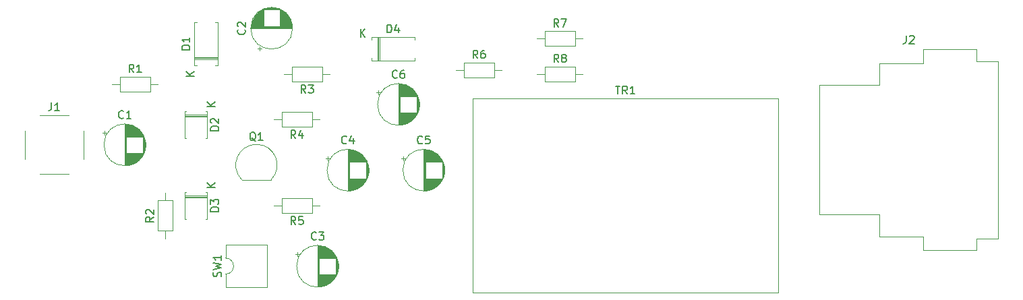
<source format=gbr>
%TF.GenerationSoftware,KiCad,Pcbnew,(6.0.4)*%
%TF.CreationDate,2022-04-22T11:51:34+02:00*%
%TF.ProjectId,ECM_Preamp,45434d5f-5072-4656-916d-702e6b696361,rev?*%
%TF.SameCoordinates,Original*%
%TF.FileFunction,Legend,Top*%
%TF.FilePolarity,Positive*%
%FSLAX46Y46*%
G04 Gerber Fmt 4.6, Leading zero omitted, Abs format (unit mm)*
G04 Created by KiCad (PCBNEW (6.0.4)) date 2022-04-22 11:51:34*
%MOMM*%
%LPD*%
G01*
G04 APERTURE LIST*
%ADD10C,0.150000*%
%ADD11C,0.120000*%
G04 APERTURE END LIST*
D10*
%TO.C,R3*%
X64603333Y-39202380D02*
X64270000Y-38726190D01*
X64031904Y-39202380D02*
X64031904Y-38202380D01*
X64412857Y-38202380D01*
X64508095Y-38250000D01*
X64555714Y-38297619D01*
X64603333Y-38392857D01*
X64603333Y-38535714D01*
X64555714Y-38630952D01*
X64508095Y-38678571D01*
X64412857Y-38726190D01*
X64031904Y-38726190D01*
X64936666Y-38202380D02*
X65555714Y-38202380D01*
X65222380Y-38583333D01*
X65365238Y-38583333D01*
X65460476Y-38630952D01*
X65508095Y-38678571D01*
X65555714Y-38773809D01*
X65555714Y-39011904D01*
X65508095Y-39107142D01*
X65460476Y-39154761D01*
X65365238Y-39202380D01*
X65079523Y-39202380D01*
X64984285Y-39154761D01*
X64936666Y-39107142D01*
%TO.C,C4*%
X69728221Y-45502142D02*
X69680602Y-45549761D01*
X69537745Y-45597380D01*
X69442507Y-45597380D01*
X69299649Y-45549761D01*
X69204411Y-45454523D01*
X69156792Y-45359285D01*
X69109173Y-45168809D01*
X69109173Y-45025952D01*
X69156792Y-44835476D01*
X69204411Y-44740238D01*
X69299649Y-44645000D01*
X69442507Y-44597380D01*
X69537745Y-44597380D01*
X69680602Y-44645000D01*
X69728221Y-44692619D01*
X70585364Y-44930714D02*
X70585364Y-45597380D01*
X70347268Y-44549761D02*
X70109173Y-45264047D01*
X70728221Y-45264047D01*
%TO.C,D1*%
X50052380Y-33758095D02*
X49052380Y-33758095D01*
X49052380Y-33520000D01*
X49100000Y-33377142D01*
X49195238Y-33281904D01*
X49290476Y-33234285D01*
X49480952Y-33186666D01*
X49623809Y-33186666D01*
X49814285Y-33234285D01*
X49909523Y-33281904D01*
X50004761Y-33377142D01*
X50052380Y-33520000D01*
X50052380Y-33758095D01*
X50052380Y-32234285D02*
X50052380Y-32805714D01*
X50052380Y-32520000D02*
X49052380Y-32520000D01*
X49195238Y-32615238D01*
X49290476Y-32710476D01*
X49338095Y-32805714D01*
X50622380Y-37091904D02*
X49622380Y-37091904D01*
X50622380Y-36520476D02*
X50050952Y-36949047D01*
X49622380Y-36520476D02*
X50193809Y-37091904D01*
%TO.C,R4*%
X63333333Y-44902380D02*
X63000000Y-44426190D01*
X62761904Y-44902380D02*
X62761904Y-43902380D01*
X63142857Y-43902380D01*
X63238095Y-43950000D01*
X63285714Y-43997619D01*
X63333333Y-44092857D01*
X63333333Y-44235714D01*
X63285714Y-44330952D01*
X63238095Y-44378571D01*
X63142857Y-44426190D01*
X62761904Y-44426190D01*
X64190476Y-44235714D02*
X64190476Y-44902380D01*
X63952380Y-43854761D02*
X63714285Y-44569047D01*
X64333333Y-44569047D01*
%TO.C,C1*%
X41723333Y-42327142D02*
X41675714Y-42374761D01*
X41532857Y-42422380D01*
X41437619Y-42422380D01*
X41294761Y-42374761D01*
X41199523Y-42279523D01*
X41151904Y-42184285D01*
X41104285Y-41993809D01*
X41104285Y-41850952D01*
X41151904Y-41660476D01*
X41199523Y-41565238D01*
X41294761Y-41470000D01*
X41437619Y-41422380D01*
X41532857Y-41422380D01*
X41675714Y-41470000D01*
X41723333Y-41517619D01*
X42675714Y-42422380D02*
X42104285Y-42422380D01*
X42390000Y-42422380D02*
X42390000Y-41422380D01*
X42294761Y-41565238D01*
X42199523Y-41660476D01*
X42104285Y-41708095D01*
%TO.C,SW1*%
X53949761Y-62283333D02*
X53997380Y-62140476D01*
X53997380Y-61902380D01*
X53949761Y-61807142D01*
X53902142Y-61759523D01*
X53806904Y-61711904D01*
X53711666Y-61711904D01*
X53616428Y-61759523D01*
X53568809Y-61807142D01*
X53521190Y-61902380D01*
X53473571Y-62092857D01*
X53425952Y-62188095D01*
X53378333Y-62235714D01*
X53283095Y-62283333D01*
X53187857Y-62283333D01*
X53092619Y-62235714D01*
X53045000Y-62188095D01*
X52997380Y-62092857D01*
X52997380Y-61854761D01*
X53045000Y-61711904D01*
X52997380Y-61378571D02*
X53997380Y-61140476D01*
X53283095Y-60950000D01*
X53997380Y-60759523D01*
X52997380Y-60521428D01*
X53997380Y-59616666D02*
X53997380Y-60188095D01*
X53997380Y-59902380D02*
X52997380Y-59902380D01*
X53140238Y-59997619D01*
X53235476Y-60092857D01*
X53283095Y-60188095D01*
%TO.C,J1*%
X32686666Y-40422380D02*
X32686666Y-41136666D01*
X32639047Y-41279523D01*
X32543809Y-41374761D01*
X32400952Y-41422380D01*
X32305714Y-41422380D01*
X33686666Y-41422380D02*
X33115238Y-41422380D01*
X33400952Y-41422380D02*
X33400952Y-40422380D01*
X33305714Y-40565238D01*
X33210476Y-40660476D01*
X33115238Y-40708095D01*
%TO.C,D2*%
X53672380Y-43918095D02*
X52672380Y-43918095D01*
X52672380Y-43680000D01*
X52720000Y-43537142D01*
X52815238Y-43441904D01*
X52910476Y-43394285D01*
X53100952Y-43346666D01*
X53243809Y-43346666D01*
X53434285Y-43394285D01*
X53529523Y-43441904D01*
X53624761Y-43537142D01*
X53672380Y-43680000D01*
X53672380Y-43918095D01*
X52767619Y-42965714D02*
X52720000Y-42918095D01*
X52672380Y-42822857D01*
X52672380Y-42584761D01*
X52720000Y-42489523D01*
X52767619Y-42441904D01*
X52862857Y-42394285D01*
X52958095Y-42394285D01*
X53100952Y-42441904D01*
X53672380Y-43013333D01*
X53672380Y-42394285D01*
X53252380Y-40901904D02*
X52252380Y-40901904D01*
X53252380Y-40330476D02*
X52680952Y-40759047D01*
X52252380Y-40330476D02*
X52823809Y-40901904D01*
%TO.C,Q1*%
X58324761Y-45247619D02*
X58229523Y-45200000D01*
X58134285Y-45104761D01*
X57991428Y-44961904D01*
X57896190Y-44914285D01*
X57800952Y-44914285D01*
X57848571Y-45152380D02*
X57753333Y-45104761D01*
X57658095Y-45009523D01*
X57610476Y-44819047D01*
X57610476Y-44485714D01*
X57658095Y-44295238D01*
X57753333Y-44200000D01*
X57848571Y-44152380D01*
X58039047Y-44152380D01*
X58134285Y-44200000D01*
X58229523Y-44295238D01*
X58277142Y-44485714D01*
X58277142Y-44819047D01*
X58229523Y-45009523D01*
X58134285Y-45104761D01*
X58039047Y-45152380D01*
X57848571Y-45152380D01*
X59229523Y-45152380D02*
X58658095Y-45152380D01*
X58943809Y-45152380D02*
X58943809Y-44152380D01*
X58848571Y-44295238D01*
X58753333Y-44390476D01*
X58658095Y-44438095D01*
%TO.C,C5*%
X79253221Y-45502142D02*
X79205602Y-45549761D01*
X79062745Y-45597380D01*
X78967507Y-45597380D01*
X78824649Y-45549761D01*
X78729411Y-45454523D01*
X78681792Y-45359285D01*
X78634173Y-45168809D01*
X78634173Y-45025952D01*
X78681792Y-44835476D01*
X78729411Y-44740238D01*
X78824649Y-44645000D01*
X78967507Y-44597380D01*
X79062745Y-44597380D01*
X79205602Y-44645000D01*
X79253221Y-44692619D01*
X80157983Y-44597380D02*
X79681792Y-44597380D01*
X79634173Y-45073571D01*
X79681792Y-45025952D01*
X79777030Y-44978333D01*
X80015126Y-44978333D01*
X80110364Y-45025952D01*
X80157983Y-45073571D01*
X80205602Y-45168809D01*
X80205602Y-45406904D01*
X80157983Y-45502142D01*
X80110364Y-45549761D01*
X80015126Y-45597380D01*
X79777030Y-45597380D01*
X79681792Y-45549761D01*
X79634173Y-45502142D01*
%TO.C,R1*%
X43013333Y-36632380D02*
X42680000Y-36156190D01*
X42441904Y-36632380D02*
X42441904Y-35632380D01*
X42822857Y-35632380D01*
X42918095Y-35680000D01*
X42965714Y-35727619D01*
X43013333Y-35822857D01*
X43013333Y-35965714D01*
X42965714Y-36060952D01*
X42918095Y-36108571D01*
X42822857Y-36156190D01*
X42441904Y-36156190D01*
X43965714Y-36632380D02*
X43394285Y-36632380D01*
X43680000Y-36632380D02*
X43680000Y-35632380D01*
X43584761Y-35775238D01*
X43489523Y-35870476D01*
X43394285Y-35918095D01*
%TO.C,R7*%
X96353333Y-30917380D02*
X96020000Y-30441190D01*
X95781904Y-30917380D02*
X95781904Y-29917380D01*
X96162857Y-29917380D01*
X96258095Y-29965000D01*
X96305714Y-30012619D01*
X96353333Y-30107857D01*
X96353333Y-30250714D01*
X96305714Y-30345952D01*
X96258095Y-30393571D01*
X96162857Y-30441190D01*
X95781904Y-30441190D01*
X96686666Y-29917380D02*
X97353333Y-29917380D01*
X96924761Y-30917380D01*
%TO.C,C6*%
X76078220Y-37247142D02*
X76030601Y-37294761D01*
X75887744Y-37342380D01*
X75792506Y-37342380D01*
X75649648Y-37294761D01*
X75554410Y-37199523D01*
X75506791Y-37104285D01*
X75459172Y-36913809D01*
X75459172Y-36770952D01*
X75506791Y-36580476D01*
X75554410Y-36485238D01*
X75649648Y-36390000D01*
X75792506Y-36342380D01*
X75887744Y-36342380D01*
X76030601Y-36390000D01*
X76078220Y-36437619D01*
X76935363Y-36342380D02*
X76744887Y-36342380D01*
X76649648Y-36390000D01*
X76602029Y-36437619D01*
X76506791Y-36580476D01*
X76459172Y-36770952D01*
X76459172Y-37151904D01*
X76506791Y-37247142D01*
X76554410Y-37294761D01*
X76649648Y-37342380D01*
X76840125Y-37342380D01*
X76935363Y-37294761D01*
X76982982Y-37247142D01*
X77030601Y-37151904D01*
X77030601Y-36913809D01*
X76982982Y-36818571D01*
X76935363Y-36770952D01*
X76840125Y-36723333D01*
X76649648Y-36723333D01*
X76554410Y-36770952D01*
X76506791Y-36818571D01*
X76459172Y-36913809D01*
%TO.C,C2*%
X56932142Y-31236778D02*
X56979761Y-31284397D01*
X57027380Y-31427254D01*
X57027380Y-31522492D01*
X56979761Y-31665350D01*
X56884523Y-31760588D01*
X56789285Y-31808207D01*
X56598809Y-31855826D01*
X56455952Y-31855826D01*
X56265476Y-31808207D01*
X56170238Y-31760588D01*
X56075000Y-31665350D01*
X56027380Y-31522492D01*
X56027380Y-31427254D01*
X56075000Y-31284397D01*
X56122619Y-31236778D01*
X56122619Y-30855826D02*
X56075000Y-30808207D01*
X56027380Y-30712969D01*
X56027380Y-30474873D01*
X56075000Y-30379635D01*
X56122619Y-30332016D01*
X56217857Y-30284397D01*
X56313095Y-30284397D01*
X56455952Y-30332016D01*
X57027380Y-30903445D01*
X57027380Y-30284397D01*
%TO.C,R5*%
X63333333Y-55712380D02*
X63000000Y-55236190D01*
X62761904Y-55712380D02*
X62761904Y-54712380D01*
X63142857Y-54712380D01*
X63238095Y-54760000D01*
X63285714Y-54807619D01*
X63333333Y-54902857D01*
X63333333Y-55045714D01*
X63285714Y-55140952D01*
X63238095Y-55188571D01*
X63142857Y-55236190D01*
X62761904Y-55236190D01*
X64238095Y-54712380D02*
X63761904Y-54712380D01*
X63714285Y-55188571D01*
X63761904Y-55140952D01*
X63857142Y-55093333D01*
X64095238Y-55093333D01*
X64190476Y-55140952D01*
X64238095Y-55188571D01*
X64285714Y-55283809D01*
X64285714Y-55521904D01*
X64238095Y-55617142D01*
X64190476Y-55664761D01*
X64095238Y-55712380D01*
X63857142Y-55712380D01*
X63761904Y-55664761D01*
X63714285Y-55617142D01*
%TO.C,D4*%
X74826904Y-31637380D02*
X74826904Y-30637380D01*
X75065000Y-30637380D01*
X75207857Y-30685000D01*
X75303095Y-30780238D01*
X75350714Y-30875476D01*
X75398333Y-31065952D01*
X75398333Y-31208809D01*
X75350714Y-31399285D01*
X75303095Y-31494523D01*
X75207857Y-31589761D01*
X75065000Y-31637380D01*
X74826904Y-31637380D01*
X76255476Y-30970714D02*
X76255476Y-31637380D01*
X76017380Y-30589761D02*
X75779285Y-31304047D01*
X76398333Y-31304047D01*
X71493095Y-32207380D02*
X71493095Y-31207380D01*
X72064523Y-32207380D02*
X71635952Y-31635952D01*
X72064523Y-31207380D02*
X71493095Y-31778809D01*
%TO.C,R2*%
X45522380Y-54776666D02*
X45046190Y-55110000D01*
X45522380Y-55348095D02*
X44522380Y-55348095D01*
X44522380Y-54967142D01*
X44570000Y-54871904D01*
X44617619Y-54824285D01*
X44712857Y-54776666D01*
X44855714Y-54776666D01*
X44950952Y-54824285D01*
X44998571Y-54871904D01*
X45046190Y-54967142D01*
X45046190Y-55348095D01*
X44617619Y-54395714D02*
X44570000Y-54348095D01*
X44522380Y-54252857D01*
X44522380Y-54014761D01*
X44570000Y-53919523D01*
X44617619Y-53871904D01*
X44712857Y-53824285D01*
X44808095Y-53824285D01*
X44950952Y-53871904D01*
X45522380Y-54443333D01*
X45522380Y-53824285D01*
%TO.C,TR1*%
X103493095Y-38342380D02*
X104064523Y-38342380D01*
X103778809Y-39342380D02*
X103778809Y-38342380D01*
X104969285Y-39342380D02*
X104635952Y-38866190D01*
X104397857Y-39342380D02*
X104397857Y-38342380D01*
X104778809Y-38342380D01*
X104874047Y-38390000D01*
X104921666Y-38437619D01*
X104969285Y-38532857D01*
X104969285Y-38675714D01*
X104921666Y-38770952D01*
X104874047Y-38818571D01*
X104778809Y-38866190D01*
X104397857Y-38866190D01*
X105921666Y-39342380D02*
X105350238Y-39342380D01*
X105635952Y-39342380D02*
X105635952Y-38342380D01*
X105540714Y-38485238D01*
X105445476Y-38580476D01*
X105350238Y-38628095D01*
%TO.C,D3*%
X53672380Y-54078095D02*
X52672380Y-54078095D01*
X52672380Y-53840000D01*
X52720000Y-53697142D01*
X52815238Y-53601904D01*
X52910476Y-53554285D01*
X53100952Y-53506666D01*
X53243809Y-53506666D01*
X53434285Y-53554285D01*
X53529523Y-53601904D01*
X53624761Y-53697142D01*
X53672380Y-53840000D01*
X53672380Y-54078095D01*
X52672380Y-53173333D02*
X52672380Y-52554285D01*
X53053333Y-52887619D01*
X53053333Y-52744761D01*
X53100952Y-52649523D01*
X53148571Y-52601904D01*
X53243809Y-52554285D01*
X53481904Y-52554285D01*
X53577142Y-52601904D01*
X53624761Y-52649523D01*
X53672380Y-52744761D01*
X53672380Y-53030476D01*
X53624761Y-53125714D01*
X53577142Y-53173333D01*
X53252380Y-51061904D02*
X52252380Y-51061904D01*
X53252380Y-50490476D02*
X52680952Y-50919047D01*
X52252380Y-50490476D02*
X52823809Y-51061904D01*
%TO.C,R8*%
X96353333Y-35362380D02*
X96020000Y-34886190D01*
X95781904Y-35362380D02*
X95781904Y-34362380D01*
X96162857Y-34362380D01*
X96258095Y-34410000D01*
X96305714Y-34457619D01*
X96353333Y-34552857D01*
X96353333Y-34695714D01*
X96305714Y-34790952D01*
X96258095Y-34838571D01*
X96162857Y-34886190D01*
X95781904Y-34886190D01*
X96924761Y-34790952D02*
X96829523Y-34743333D01*
X96781904Y-34695714D01*
X96734285Y-34600476D01*
X96734285Y-34552857D01*
X96781904Y-34457619D01*
X96829523Y-34410000D01*
X96924761Y-34362380D01*
X97115238Y-34362380D01*
X97210476Y-34410000D01*
X97258095Y-34457619D01*
X97305714Y-34552857D01*
X97305714Y-34600476D01*
X97258095Y-34695714D01*
X97210476Y-34743333D01*
X97115238Y-34790952D01*
X96924761Y-34790952D01*
X96829523Y-34838571D01*
X96781904Y-34886190D01*
X96734285Y-34981428D01*
X96734285Y-35171904D01*
X96781904Y-35267142D01*
X96829523Y-35314761D01*
X96924761Y-35362380D01*
X97115238Y-35362380D01*
X97210476Y-35314761D01*
X97258095Y-35267142D01*
X97305714Y-35171904D01*
X97305714Y-34981428D01*
X97258095Y-34886190D01*
X97210476Y-34838571D01*
X97115238Y-34790952D01*
%TO.C,C3*%
X65918221Y-57567142D02*
X65870602Y-57614761D01*
X65727745Y-57662380D01*
X65632507Y-57662380D01*
X65489649Y-57614761D01*
X65394411Y-57519523D01*
X65346792Y-57424285D01*
X65299173Y-57233809D01*
X65299173Y-57090952D01*
X65346792Y-56900476D01*
X65394411Y-56805238D01*
X65489649Y-56710000D01*
X65632507Y-56662380D01*
X65727745Y-56662380D01*
X65870602Y-56710000D01*
X65918221Y-56757619D01*
X66251554Y-56662380D02*
X66870602Y-56662380D01*
X66537268Y-57043333D01*
X66680126Y-57043333D01*
X66775364Y-57090952D01*
X66822983Y-57138571D01*
X66870602Y-57233809D01*
X66870602Y-57471904D01*
X66822983Y-57567142D01*
X66775364Y-57614761D01*
X66680126Y-57662380D01*
X66394411Y-57662380D01*
X66299173Y-57614761D01*
X66251554Y-57567142D01*
%TO.C,R6*%
X86193333Y-34854380D02*
X85860000Y-34378190D01*
X85621904Y-34854380D02*
X85621904Y-33854380D01*
X86002857Y-33854380D01*
X86098095Y-33902000D01*
X86145714Y-33949619D01*
X86193333Y-34044857D01*
X86193333Y-34187714D01*
X86145714Y-34282952D01*
X86098095Y-34330571D01*
X86002857Y-34378190D01*
X85621904Y-34378190D01*
X87050476Y-33854380D02*
X86860000Y-33854380D01*
X86764761Y-33902000D01*
X86717142Y-33949619D01*
X86621904Y-34092476D01*
X86574285Y-34282952D01*
X86574285Y-34663904D01*
X86621904Y-34759142D01*
X86669523Y-34806761D01*
X86764761Y-34854380D01*
X86955238Y-34854380D01*
X87050476Y-34806761D01*
X87098095Y-34759142D01*
X87145714Y-34663904D01*
X87145714Y-34425809D01*
X87098095Y-34330571D01*
X87050476Y-34282952D01*
X86955238Y-34235333D01*
X86764761Y-34235333D01*
X86669523Y-34282952D01*
X86621904Y-34330571D01*
X86574285Y-34425809D01*
%TO.C,J2*%
X140001666Y-31997380D02*
X140001666Y-32711666D01*
X139954047Y-32854523D01*
X139858809Y-32949761D01*
X139715952Y-32997380D01*
X139620714Y-32997380D01*
X140430238Y-32092619D02*
X140477857Y-32045000D01*
X140573095Y-31997380D01*
X140811190Y-31997380D01*
X140906428Y-32045000D01*
X140954047Y-32092619D01*
X141001666Y-32187857D01*
X141001666Y-32283095D01*
X140954047Y-32425952D01*
X140382619Y-32997380D01*
X141001666Y-32997380D01*
D11*
%TO.C,R3*%
X66690000Y-35910000D02*
X62850000Y-35910000D01*
X62850000Y-35910000D02*
X62850000Y-37750000D01*
X61900000Y-36830000D02*
X62850000Y-36830000D01*
X67640000Y-36830000D02*
X66690000Y-36830000D01*
X62850000Y-37750000D02*
X66690000Y-37750000D01*
X66690000Y-37750000D02*
X66690000Y-35910000D01*
%TO.C,C4*%
X70815888Y-46481000D02*
X70815888Y-47855000D01*
X71895888Y-47242000D02*
X71895888Y-47855000D01*
X70695888Y-46440000D02*
X70695888Y-47855000D01*
X71455888Y-49935000D02*
X71455888Y-50960000D01*
X72415888Y-48218000D02*
X72415888Y-49572000D01*
X71615888Y-46958000D02*
X71615888Y-47855000D01*
X70094888Y-46322000D02*
X70094888Y-51468000D01*
X70014888Y-46317000D02*
X70014888Y-51473000D01*
X70975888Y-49935000D02*
X70975888Y-51243000D01*
X70334888Y-46352000D02*
X70334888Y-47855000D01*
X71135888Y-49935000D02*
X71135888Y-51163000D01*
X70775888Y-49935000D02*
X70775888Y-51323000D01*
X70855888Y-46497000D02*
X70855888Y-47855000D01*
X71855888Y-47196000D02*
X71855888Y-47855000D01*
X67090113Y-47420000D02*
X67590113Y-47420000D01*
X72055888Y-49935000D02*
X72055888Y-50338000D01*
X71215888Y-49935000D02*
X71215888Y-51119000D01*
X71695888Y-47031000D02*
X71695888Y-47855000D01*
X71495888Y-46860000D02*
X71495888Y-47855000D01*
X72055888Y-47452000D02*
X72055888Y-47855000D01*
X71735888Y-49935000D02*
X71735888Y-50721000D01*
X70494888Y-49935000D02*
X70494888Y-51406000D01*
X70735888Y-46453000D02*
X70735888Y-47855000D01*
X72095888Y-49935000D02*
X72095888Y-50278000D01*
X71975888Y-47341000D02*
X71975888Y-47855000D01*
X72215888Y-47717000D02*
X72215888Y-50073000D01*
X71575888Y-49935000D02*
X71575888Y-50866000D01*
X70815888Y-49935000D02*
X70815888Y-51309000D01*
X72495888Y-48611000D02*
X72495888Y-49179000D01*
X70294888Y-46345000D02*
X70294888Y-47855000D01*
X70454888Y-49935000D02*
X70454888Y-51415000D01*
X70615888Y-46415000D02*
X70615888Y-47855000D01*
X71815888Y-47152000D02*
X71815888Y-47855000D01*
X71055888Y-49935000D02*
X71055888Y-51205000D01*
X70855888Y-49935000D02*
X70855888Y-51293000D01*
X72175888Y-49935000D02*
X72175888Y-50146000D01*
X67340113Y-47170000D02*
X67340113Y-47670000D01*
X70174888Y-49935000D02*
X70174888Y-51460000D01*
X71935888Y-47290000D02*
X71935888Y-47855000D01*
X72375888Y-48090000D02*
X72375888Y-49700000D01*
X71775888Y-49935000D02*
X71775888Y-50680000D01*
X72455888Y-48377000D02*
X72455888Y-49413000D01*
X70895888Y-46513000D02*
X70895888Y-47855000D01*
X71975888Y-49935000D02*
X71975888Y-50449000D01*
X71015888Y-49935000D02*
X71015888Y-51224000D01*
X71735888Y-47069000D02*
X71735888Y-47855000D01*
X72095888Y-47512000D02*
X72095888Y-47855000D01*
X72015888Y-49935000D02*
X72015888Y-50395000D01*
X70494888Y-46384000D02*
X70494888Y-47855000D01*
X70615888Y-49935000D02*
X70615888Y-51375000D01*
X71295888Y-46720000D02*
X71295888Y-47855000D01*
X70695888Y-49935000D02*
X70695888Y-51350000D01*
X72135888Y-47576000D02*
X72135888Y-47855000D01*
X71135888Y-46627000D02*
X71135888Y-47855000D01*
X71655888Y-46994000D02*
X71655888Y-47855000D01*
X71375888Y-46773000D02*
X71375888Y-47855000D01*
X70254888Y-46339000D02*
X70254888Y-47855000D01*
X71695888Y-49935000D02*
X71695888Y-50759000D01*
X72175888Y-47644000D02*
X72175888Y-47855000D01*
X70254888Y-49935000D02*
X70254888Y-51451000D01*
X70655888Y-49935000D02*
X70655888Y-51363000D01*
X70174888Y-46330000D02*
X70174888Y-47855000D01*
X71415888Y-46800000D02*
X71415888Y-47855000D01*
X70054888Y-46319000D02*
X70054888Y-51471000D01*
X71255888Y-49935000D02*
X71255888Y-51095000D01*
X71855888Y-49935000D02*
X71855888Y-50594000D01*
X71095888Y-46605000D02*
X71095888Y-47855000D01*
X70334888Y-49935000D02*
X70334888Y-51438000D01*
X70454888Y-46375000D02*
X70454888Y-47855000D01*
X71215888Y-46671000D02*
X71215888Y-47855000D01*
X72015888Y-47395000D02*
X72015888Y-47855000D01*
X71615888Y-49935000D02*
X71615888Y-50832000D01*
X71455888Y-46830000D02*
X71455888Y-47855000D01*
X71335888Y-49935000D02*
X71335888Y-51044000D01*
X71935888Y-49935000D02*
X71935888Y-50500000D01*
X70935888Y-49935000D02*
X70935888Y-51260000D01*
X71815888Y-49935000D02*
X71815888Y-50638000D01*
X70134888Y-46326000D02*
X70134888Y-47855000D01*
X71535888Y-49935000D02*
X71535888Y-50899000D01*
X70895888Y-49935000D02*
X70895888Y-51277000D01*
X70134888Y-49935000D02*
X70134888Y-51464000D01*
X71655888Y-49935000D02*
X71655888Y-50796000D01*
X71415888Y-49935000D02*
X71415888Y-50990000D01*
X70655888Y-46427000D02*
X70655888Y-47855000D01*
X71335888Y-46746000D02*
X71335888Y-47855000D01*
X70534888Y-46394000D02*
X70534888Y-47855000D01*
X71015888Y-46566000D02*
X71015888Y-47855000D01*
X69974888Y-46316000D02*
X69974888Y-51474000D01*
X71375888Y-49935000D02*
X71375888Y-51017000D01*
X70414888Y-49935000D02*
X70414888Y-51423000D01*
X71295888Y-49935000D02*
X71295888Y-51070000D01*
X71175888Y-49935000D02*
X71175888Y-51142000D01*
X70414888Y-46367000D02*
X70414888Y-47855000D01*
X70534888Y-49935000D02*
X70534888Y-51396000D01*
X72295888Y-47884000D02*
X72295888Y-49906000D01*
X70374888Y-46359000D02*
X70374888Y-47855000D01*
X71255888Y-46695000D02*
X71255888Y-47855000D01*
X70574888Y-46404000D02*
X70574888Y-47855000D01*
X70935888Y-46530000D02*
X70935888Y-47855000D01*
X71495888Y-49935000D02*
X71495888Y-50930000D01*
X70214888Y-49935000D02*
X70214888Y-51456000D01*
X70775888Y-46467000D02*
X70775888Y-47855000D01*
X70975888Y-46547000D02*
X70975888Y-47855000D01*
X71055888Y-46585000D02*
X71055888Y-47855000D01*
X71175888Y-46648000D02*
X71175888Y-47855000D01*
X71895888Y-49935000D02*
X71895888Y-50548000D01*
X71575888Y-46924000D02*
X71575888Y-47855000D01*
X71095888Y-49935000D02*
X71095888Y-51185000D01*
X70735888Y-49935000D02*
X70735888Y-51337000D01*
X72335888Y-47980000D02*
X72335888Y-49810000D01*
X70294888Y-49935000D02*
X70294888Y-51445000D01*
X69894888Y-46315000D02*
X69894888Y-51475000D01*
X71775888Y-47110000D02*
X71775888Y-47855000D01*
X69934888Y-46315000D02*
X69934888Y-51475000D01*
X70574888Y-49935000D02*
X70574888Y-51386000D01*
X70374888Y-49935000D02*
X70374888Y-51431000D01*
X71535888Y-46891000D02*
X71535888Y-47855000D01*
X72255888Y-47797000D02*
X72255888Y-49993000D01*
X70214888Y-46334000D02*
X70214888Y-47855000D01*
X72135888Y-49935000D02*
X72135888Y-50214000D01*
X72514888Y-48895000D02*
G75*
G03*
X72514888Y-48895000I-2620000J0D01*
G01*
%TO.C,D1*%
X53540000Y-30300000D02*
X53210000Y-30300000D01*
X53210000Y-35740000D02*
X53540000Y-35740000D01*
X50930000Y-35740000D02*
X50600000Y-35740000D01*
X50600000Y-34720000D02*
X53540000Y-34720000D01*
X50600000Y-35740000D02*
X50600000Y-30300000D01*
X50600000Y-34960000D02*
X53540000Y-34960000D01*
X50600000Y-34840000D02*
X53540000Y-34840000D01*
X50600000Y-30300000D02*
X50930000Y-30300000D01*
X53540000Y-35740000D02*
X53540000Y-30300000D01*
%TO.C,R4*%
X65420000Y-43465000D02*
X65420000Y-41625000D01*
X65420000Y-41625000D02*
X61580000Y-41625000D01*
X60630000Y-42545000D02*
X61580000Y-42545000D01*
X61580000Y-41625000D02*
X61580000Y-43465000D01*
X66370000Y-42545000D02*
X65420000Y-42545000D01*
X61580000Y-43465000D02*
X65420000Y-43465000D01*
%TO.C,C1*%
X42330000Y-46760000D02*
X42330000Y-48263000D01*
X43091000Y-46760000D02*
X43091000Y-48010000D01*
X43371000Y-43598000D02*
X43371000Y-44680000D01*
X43171000Y-46760000D02*
X43171000Y-47967000D01*
X41930000Y-43140000D02*
X41930000Y-48300000D01*
X43691000Y-46760000D02*
X43691000Y-47584000D01*
X42851000Y-43322000D02*
X42851000Y-44680000D01*
X43251000Y-46760000D02*
X43251000Y-47920000D01*
X39085225Y-44245000D02*
X39585225Y-44245000D01*
X43331000Y-46760000D02*
X43331000Y-47869000D01*
X43251000Y-43520000D02*
X43251000Y-44680000D01*
X42971000Y-43372000D02*
X42971000Y-44680000D01*
X42731000Y-46760000D02*
X42731000Y-48162000D01*
X44131000Y-46760000D02*
X44131000Y-47039000D01*
X42530000Y-43219000D02*
X42530000Y-44680000D01*
X44011000Y-44220000D02*
X44011000Y-44680000D01*
X43491000Y-46760000D02*
X43491000Y-47755000D01*
X43571000Y-43749000D02*
X43571000Y-44680000D01*
X44371000Y-44915000D02*
X44371000Y-46525000D01*
X42611000Y-43240000D02*
X42611000Y-44680000D01*
X42250000Y-46760000D02*
X42250000Y-48276000D01*
X42811000Y-46760000D02*
X42811000Y-48134000D01*
X43851000Y-44021000D02*
X43851000Y-44680000D01*
X43371000Y-46760000D02*
X43371000Y-47842000D01*
X43011000Y-43391000D02*
X43011000Y-44680000D01*
X43411000Y-46760000D02*
X43411000Y-47815000D01*
X42971000Y-46760000D02*
X42971000Y-48068000D01*
X39335225Y-43995000D02*
X39335225Y-44495000D01*
X44251000Y-44622000D02*
X44251000Y-46818000D01*
X43891000Y-44067000D02*
X43891000Y-44680000D01*
X42450000Y-43200000D02*
X42450000Y-44680000D01*
X42450000Y-46760000D02*
X42450000Y-48240000D01*
X43851000Y-46760000D02*
X43851000Y-47419000D01*
X43771000Y-43935000D02*
X43771000Y-44680000D01*
X41970000Y-43141000D02*
X41970000Y-48299000D01*
X42771000Y-43292000D02*
X42771000Y-44680000D01*
X43291000Y-46760000D02*
X43291000Y-47895000D01*
X43131000Y-43452000D02*
X43131000Y-44680000D01*
X42691000Y-43265000D02*
X42691000Y-44680000D01*
X42651000Y-43252000D02*
X42651000Y-44680000D01*
X42611000Y-46760000D02*
X42611000Y-48200000D01*
X43771000Y-46760000D02*
X43771000Y-47505000D01*
X42570000Y-43229000D02*
X42570000Y-44680000D01*
X42931000Y-46760000D02*
X42931000Y-48085000D01*
X43291000Y-43545000D02*
X43291000Y-44680000D01*
X42290000Y-43170000D02*
X42290000Y-44680000D01*
X43491000Y-43685000D02*
X43491000Y-44680000D01*
X42330000Y-43177000D02*
X42330000Y-44680000D01*
X43891000Y-46760000D02*
X43891000Y-47373000D01*
X44131000Y-44401000D02*
X44131000Y-44680000D01*
X42090000Y-43147000D02*
X42090000Y-48293000D01*
X42530000Y-46760000D02*
X42530000Y-48221000D01*
X42290000Y-46760000D02*
X42290000Y-48270000D01*
X42570000Y-46760000D02*
X42570000Y-48211000D01*
X42130000Y-46760000D02*
X42130000Y-48289000D01*
X43051000Y-43410000D02*
X43051000Y-44680000D01*
X43651000Y-46760000D02*
X43651000Y-47621000D01*
X44171000Y-46760000D02*
X44171000Y-46971000D01*
X43611000Y-46760000D02*
X43611000Y-47657000D01*
X42370000Y-43184000D02*
X42370000Y-44680000D01*
X43211000Y-46760000D02*
X43211000Y-47944000D01*
X42210000Y-43159000D02*
X42210000Y-44680000D01*
X43931000Y-44115000D02*
X43931000Y-44680000D01*
X43451000Y-46760000D02*
X43451000Y-47785000D01*
X43411000Y-43625000D02*
X43411000Y-44680000D01*
X42170000Y-46760000D02*
X42170000Y-48285000D01*
X42731000Y-43278000D02*
X42731000Y-44680000D01*
X42811000Y-43306000D02*
X42811000Y-44680000D01*
X43451000Y-43655000D02*
X43451000Y-44680000D01*
X43731000Y-46760000D02*
X43731000Y-47546000D01*
X43051000Y-46760000D02*
X43051000Y-48030000D01*
X42891000Y-46760000D02*
X42891000Y-48102000D01*
X43091000Y-43430000D02*
X43091000Y-44680000D01*
X43531000Y-43716000D02*
X43531000Y-44680000D01*
X43571000Y-46760000D02*
X43571000Y-47691000D01*
X44051000Y-44277000D02*
X44051000Y-44680000D01*
X42691000Y-46760000D02*
X42691000Y-48175000D01*
X43331000Y-43571000D02*
X43331000Y-44680000D01*
X42931000Y-43355000D02*
X42931000Y-44680000D01*
X43531000Y-46760000D02*
X43531000Y-47724000D01*
X42370000Y-46760000D02*
X42370000Y-48256000D01*
X43971000Y-46760000D02*
X43971000Y-47274000D01*
X42851000Y-46760000D02*
X42851000Y-48118000D01*
X42010000Y-43142000D02*
X42010000Y-48298000D01*
X43011000Y-46760000D02*
X43011000Y-48049000D01*
X44291000Y-44709000D02*
X44291000Y-46731000D01*
X44411000Y-45043000D02*
X44411000Y-46397000D01*
X43171000Y-43473000D02*
X43171000Y-44680000D01*
X44091000Y-44337000D02*
X44091000Y-44680000D01*
X42170000Y-43155000D02*
X42170000Y-44680000D01*
X44491000Y-45436000D02*
X44491000Y-46004000D01*
X43211000Y-43496000D02*
X43211000Y-44680000D01*
X42771000Y-46760000D02*
X42771000Y-48148000D01*
X44091000Y-46760000D02*
X44091000Y-47103000D01*
X42410000Y-43192000D02*
X42410000Y-44680000D01*
X42410000Y-46760000D02*
X42410000Y-48248000D01*
X44331000Y-44805000D02*
X44331000Y-46635000D01*
X42490000Y-43209000D02*
X42490000Y-44680000D01*
X44051000Y-46760000D02*
X44051000Y-47163000D01*
X41890000Y-43140000D02*
X41890000Y-48300000D01*
X42891000Y-43338000D02*
X42891000Y-44680000D01*
X42250000Y-43164000D02*
X42250000Y-44680000D01*
X42050000Y-43144000D02*
X42050000Y-48296000D01*
X44011000Y-46760000D02*
X44011000Y-47220000D01*
X44451000Y-45202000D02*
X44451000Y-46238000D01*
X43731000Y-43894000D02*
X43731000Y-44680000D01*
X43691000Y-43856000D02*
X43691000Y-44680000D01*
X42130000Y-43151000D02*
X42130000Y-44680000D01*
X43811000Y-46760000D02*
X43811000Y-47463000D01*
X43611000Y-43783000D02*
X43611000Y-44680000D01*
X42651000Y-46760000D02*
X42651000Y-48188000D01*
X43651000Y-43819000D02*
X43651000Y-44680000D01*
X43931000Y-46760000D02*
X43931000Y-47325000D01*
X44171000Y-44469000D02*
X44171000Y-44680000D01*
X43811000Y-43977000D02*
X43811000Y-44680000D01*
X42490000Y-46760000D02*
X42490000Y-48231000D01*
X44211000Y-44542000D02*
X44211000Y-46898000D01*
X43131000Y-46760000D02*
X43131000Y-47988000D01*
X43971000Y-44166000D02*
X43971000Y-44680000D01*
X42210000Y-46760000D02*
X42210000Y-48281000D01*
X44510000Y-45720000D02*
G75*
G03*
X44510000Y-45720000I-2620000J0D01*
G01*
%TO.C,SW1*%
X59745000Y-58300000D02*
X54545000Y-58300000D01*
X59745000Y-63600000D02*
X59745000Y-58300000D01*
X54545000Y-63600000D02*
X59745000Y-63600000D01*
X54545000Y-58300000D02*
X54545000Y-59950000D01*
X54545000Y-61950000D02*
X54545000Y-63600000D01*
X54545000Y-61950000D02*
G75*
G03*
X54545000Y-59950000I0J1000000D01*
G01*
%TO.C,J1*%
X31220000Y-42040000D02*
X34820000Y-42040000D01*
X31220000Y-49400000D02*
X34820000Y-49400000D01*
X36700000Y-43920000D02*
X36700000Y-47520000D01*
X29340000Y-43920000D02*
X29340000Y-47520000D01*
%TO.C,D2*%
X49380000Y-41460000D02*
X49380000Y-44900000D01*
X52040000Y-41460000D02*
X52220000Y-41460000D01*
X52220000Y-42060000D02*
X49380000Y-42060000D01*
X52220000Y-42180000D02*
X49380000Y-42180000D01*
X52220000Y-44900000D02*
X52040000Y-44900000D01*
X49380000Y-44900000D02*
X49560000Y-44900000D01*
X49560000Y-41460000D02*
X49380000Y-41460000D01*
X52220000Y-41460000D02*
X52220000Y-44900000D01*
X52220000Y-41940000D02*
X49380000Y-41940000D01*
%TO.C,Q1*%
X56620000Y-50110000D02*
X60220000Y-50110000D01*
X58420000Y-45659999D02*
G75*
G03*
X56581522Y-50098478I0J-2600001D01*
G01*
X60258478Y-50098478D02*
G75*
G03*
X58420000Y-45660000I-1838478J1838478D01*
G01*
%TO.C,C5*%
X80780888Y-49935000D02*
X80780888Y-51095000D01*
X80580888Y-46585000D02*
X80580888Y-47855000D01*
X81060888Y-49935000D02*
X81060888Y-50899000D01*
X81300888Y-49935000D02*
X81300888Y-50680000D01*
X80660888Y-49935000D02*
X80660888Y-51163000D01*
X80300888Y-49935000D02*
X80300888Y-51323000D01*
X81820888Y-47884000D02*
X81820888Y-49906000D01*
X79859888Y-46352000D02*
X79859888Y-47855000D01*
X80019888Y-49935000D02*
X80019888Y-51406000D01*
X80260888Y-49935000D02*
X80260888Y-51337000D01*
X79819888Y-49935000D02*
X79819888Y-51445000D01*
X76615113Y-47420000D02*
X77115113Y-47420000D01*
X81380888Y-49935000D02*
X81380888Y-50594000D01*
X81060888Y-46891000D02*
X81060888Y-47855000D01*
X81620888Y-47512000D02*
X81620888Y-47855000D01*
X81860888Y-47980000D02*
X81860888Y-49810000D01*
X81900888Y-48090000D02*
X81900888Y-49700000D01*
X81500888Y-47341000D02*
X81500888Y-47855000D01*
X80620888Y-46605000D02*
X80620888Y-47855000D01*
X81140888Y-46958000D02*
X81140888Y-47855000D01*
X81700888Y-49935000D02*
X81700888Y-50146000D01*
X81540888Y-47395000D02*
X81540888Y-47855000D01*
X81460888Y-49935000D02*
X81460888Y-50500000D01*
X80940888Y-49935000D02*
X80940888Y-50990000D01*
X80740888Y-46671000D02*
X80740888Y-47855000D01*
X81180888Y-49935000D02*
X81180888Y-50796000D01*
X82020888Y-48611000D02*
X82020888Y-49179000D01*
X80059888Y-49935000D02*
X80059888Y-51396000D01*
X81660888Y-47576000D02*
X81660888Y-47855000D01*
X80260888Y-46453000D02*
X80260888Y-47855000D01*
X80140888Y-46415000D02*
X80140888Y-47855000D01*
X80300888Y-46467000D02*
X80300888Y-47855000D01*
X81700888Y-47644000D02*
X81700888Y-47855000D01*
X79819888Y-46345000D02*
X79819888Y-47855000D01*
X80980888Y-46830000D02*
X80980888Y-47855000D01*
X79859888Y-49935000D02*
X79859888Y-51438000D01*
X80700888Y-46648000D02*
X80700888Y-47855000D01*
X81420888Y-49935000D02*
X81420888Y-50548000D01*
X81540888Y-49935000D02*
X81540888Y-50395000D01*
X80460888Y-46530000D02*
X80460888Y-47855000D01*
X79779888Y-46339000D02*
X79779888Y-47855000D01*
X79499888Y-46316000D02*
X79499888Y-51474000D01*
X80580888Y-49935000D02*
X80580888Y-51205000D01*
X80019888Y-46384000D02*
X80019888Y-47855000D01*
X79779888Y-49935000D02*
X79779888Y-51451000D01*
X79539888Y-46317000D02*
X79539888Y-51473000D01*
X80460888Y-49935000D02*
X80460888Y-51260000D01*
X80860888Y-46746000D02*
X80860888Y-47855000D01*
X80860888Y-49935000D02*
X80860888Y-51044000D01*
X81780888Y-47797000D02*
X81780888Y-49993000D01*
X80420888Y-46513000D02*
X80420888Y-47855000D01*
X81580888Y-47452000D02*
X81580888Y-47855000D01*
X80220888Y-46440000D02*
X80220888Y-47855000D01*
X80940888Y-46800000D02*
X80940888Y-47855000D01*
X81020888Y-49935000D02*
X81020888Y-50930000D01*
X76865113Y-47170000D02*
X76865113Y-47670000D01*
X80820888Y-49935000D02*
X80820888Y-51070000D01*
X79739888Y-46334000D02*
X79739888Y-47855000D01*
X81340888Y-47152000D02*
X81340888Y-47855000D01*
X80180888Y-46427000D02*
X80180888Y-47855000D01*
X79699888Y-49935000D02*
X79699888Y-51460000D01*
X81100888Y-49935000D02*
X81100888Y-50866000D01*
X79659888Y-46326000D02*
X79659888Y-47855000D01*
X80220888Y-49935000D02*
X80220888Y-51350000D01*
X80780888Y-46695000D02*
X80780888Y-47855000D01*
X80980888Y-49935000D02*
X80980888Y-50960000D01*
X81460888Y-47290000D02*
X81460888Y-47855000D01*
X81580888Y-49935000D02*
X81580888Y-50338000D01*
X80059888Y-46394000D02*
X80059888Y-47855000D01*
X80140888Y-49935000D02*
X80140888Y-51375000D01*
X80340888Y-46481000D02*
X80340888Y-47855000D01*
X80740888Y-49935000D02*
X80740888Y-51119000D01*
X80900888Y-49935000D02*
X80900888Y-51017000D01*
X80340888Y-49935000D02*
X80340888Y-51309000D01*
X81260888Y-47069000D02*
X81260888Y-47855000D01*
X81380888Y-47196000D02*
X81380888Y-47855000D01*
X79739888Y-49935000D02*
X79739888Y-51456000D01*
X81500888Y-49935000D02*
X81500888Y-50449000D01*
X80900888Y-46773000D02*
X80900888Y-47855000D01*
X81220888Y-49935000D02*
X81220888Y-50759000D01*
X81620888Y-49935000D02*
X81620888Y-50278000D01*
X80820888Y-46720000D02*
X80820888Y-47855000D01*
X81140888Y-49935000D02*
X81140888Y-50832000D01*
X80180888Y-49935000D02*
X80180888Y-51363000D01*
X81340888Y-49935000D02*
X81340888Y-50638000D01*
X79659888Y-49935000D02*
X79659888Y-51464000D01*
X81980888Y-48377000D02*
X81980888Y-49413000D01*
X80099888Y-46404000D02*
X80099888Y-47855000D01*
X79979888Y-49935000D02*
X79979888Y-51415000D01*
X80540888Y-49935000D02*
X80540888Y-51224000D01*
X80380888Y-46497000D02*
X80380888Y-47855000D01*
X79899888Y-49935000D02*
X79899888Y-51431000D01*
X80099888Y-49935000D02*
X80099888Y-51386000D01*
X80500888Y-49935000D02*
X80500888Y-51243000D01*
X79699888Y-46330000D02*
X79699888Y-47855000D01*
X81220888Y-47031000D02*
X81220888Y-47855000D01*
X79939888Y-49935000D02*
X79939888Y-51423000D01*
X80620888Y-49935000D02*
X80620888Y-51185000D01*
X79939888Y-46367000D02*
X79939888Y-47855000D01*
X81020888Y-46860000D02*
X81020888Y-47855000D01*
X79979888Y-46375000D02*
X79979888Y-47855000D01*
X80380888Y-49935000D02*
X80380888Y-51293000D01*
X81180888Y-46994000D02*
X81180888Y-47855000D01*
X80540888Y-46566000D02*
X80540888Y-47855000D01*
X81940888Y-48218000D02*
X81940888Y-49572000D01*
X80700888Y-49935000D02*
X80700888Y-51142000D01*
X80660888Y-46627000D02*
X80660888Y-47855000D01*
X79899888Y-46359000D02*
X79899888Y-47855000D01*
X80420888Y-49935000D02*
X80420888Y-51277000D01*
X81660888Y-49935000D02*
X81660888Y-50214000D01*
X81300888Y-47110000D02*
X81300888Y-47855000D01*
X79419888Y-46315000D02*
X79419888Y-51475000D01*
X81420888Y-47242000D02*
X81420888Y-47855000D01*
X81260888Y-49935000D02*
X81260888Y-50721000D01*
X81100888Y-46924000D02*
X81100888Y-47855000D01*
X79619888Y-46322000D02*
X79619888Y-51468000D01*
X80500888Y-46547000D02*
X80500888Y-47855000D01*
X81740888Y-47717000D02*
X81740888Y-50073000D01*
X79459888Y-46315000D02*
X79459888Y-51475000D01*
X79579888Y-46319000D02*
X79579888Y-51471000D01*
X82039888Y-48895000D02*
G75*
G03*
X82039888Y-48895000I-2620000J0D01*
G01*
%TO.C,R1*%
X45100000Y-39020000D02*
X45100000Y-37180000D01*
X45100000Y-37180000D02*
X41260000Y-37180000D01*
X46050000Y-38100000D02*
X45100000Y-38100000D01*
X41260000Y-39020000D02*
X45100000Y-39020000D01*
X40310000Y-38100000D02*
X41260000Y-38100000D01*
X41260000Y-37180000D02*
X41260000Y-39020000D01*
%TO.C,R7*%
X98440000Y-31465000D02*
X94600000Y-31465000D01*
X94600000Y-31465000D02*
X94600000Y-33305000D01*
X94600000Y-33305000D02*
X98440000Y-33305000D01*
X98440000Y-33305000D02*
X98440000Y-31465000D01*
X93650000Y-32385000D02*
X94600000Y-32385000D01*
X99390000Y-32385000D02*
X98440000Y-32385000D01*
%TO.C,C6*%
X78845887Y-40356000D02*
X78845887Y-40924000D01*
X77645887Y-38465000D02*
X77645887Y-39600000D01*
X77885887Y-38636000D02*
X77885887Y-39600000D01*
X77725887Y-38518000D02*
X77725887Y-39600000D01*
X76324887Y-38061000D02*
X76324887Y-43219000D01*
X76644887Y-41680000D02*
X76644887Y-43190000D01*
X78245887Y-38987000D02*
X78245887Y-39600000D01*
X77005887Y-38172000D02*
X77005887Y-39600000D01*
X78165887Y-38897000D02*
X78165887Y-39600000D01*
X77445887Y-38350000D02*
X77445887Y-39600000D01*
X78285887Y-41680000D02*
X78285887Y-42245000D01*
X78445887Y-41680000D02*
X78445887Y-42023000D01*
X76844887Y-41680000D02*
X76844887Y-43151000D01*
X77965887Y-41680000D02*
X77965887Y-42577000D01*
X77285887Y-41680000D02*
X77285887Y-43005000D01*
X76604887Y-41680000D02*
X76604887Y-43196000D01*
X77805887Y-38575000D02*
X77805887Y-39600000D01*
X76884887Y-38139000D02*
X76884887Y-39600000D01*
X77685887Y-38491000D02*
X77685887Y-39600000D01*
X77845887Y-41680000D02*
X77845887Y-42675000D01*
X78805887Y-40122000D02*
X78805887Y-41158000D01*
X78125887Y-41680000D02*
X78125887Y-42425000D01*
X78325887Y-41680000D02*
X78325887Y-42194000D01*
X76965887Y-41680000D02*
X76965887Y-43120000D01*
X76684887Y-38097000D02*
X76684887Y-39600000D01*
X78245887Y-41680000D02*
X78245887Y-42293000D01*
X77925887Y-41680000D02*
X77925887Y-42611000D01*
X78165887Y-41680000D02*
X78165887Y-42383000D01*
X77485887Y-38372000D02*
X77485887Y-39600000D01*
X78205887Y-41680000D02*
X78205887Y-42339000D01*
X78445887Y-39257000D02*
X78445887Y-39600000D01*
X77525887Y-38393000D02*
X77525887Y-39600000D01*
X78205887Y-38941000D02*
X78205887Y-39600000D01*
X78405887Y-41680000D02*
X78405887Y-42083000D01*
X78005887Y-38739000D02*
X78005887Y-39600000D01*
X78085887Y-38814000D02*
X78085887Y-39600000D01*
X77245887Y-41680000D02*
X77245887Y-43022000D01*
X76844887Y-38129000D02*
X76844887Y-39600000D01*
X76284887Y-38060000D02*
X76284887Y-43220000D01*
X78405887Y-39197000D02*
X78405887Y-39600000D01*
X77045887Y-41680000D02*
X77045887Y-43095000D01*
X77485887Y-41680000D02*
X77485887Y-42908000D01*
X78005887Y-41680000D02*
X78005887Y-42541000D01*
X78365887Y-41680000D02*
X78365887Y-42140000D01*
X77405887Y-41680000D02*
X77405887Y-42950000D01*
X76524887Y-41680000D02*
X76524887Y-43205000D01*
X77845887Y-38605000D02*
X77845887Y-39600000D01*
X73440112Y-39165000D02*
X73940112Y-39165000D01*
X77005887Y-41680000D02*
X77005887Y-43108000D01*
X77725887Y-41680000D02*
X77725887Y-42762000D01*
X76804887Y-41680000D02*
X76804887Y-43160000D01*
X78765887Y-39963000D02*
X78765887Y-41317000D01*
X78525887Y-41680000D02*
X78525887Y-41891000D01*
X78485887Y-39321000D02*
X78485887Y-39600000D01*
X77605887Y-41680000D02*
X77605887Y-42840000D01*
X77805887Y-41680000D02*
X77805887Y-42705000D01*
X76764887Y-38112000D02*
X76764887Y-39600000D01*
X76484887Y-41680000D02*
X76484887Y-43209000D01*
X77565887Y-41680000D02*
X77565887Y-42864000D01*
X77965887Y-38703000D02*
X77965887Y-39600000D01*
X76244887Y-38060000D02*
X76244887Y-43220000D01*
X77165887Y-41680000D02*
X77165887Y-43054000D01*
X78605887Y-39542000D02*
X78605887Y-41738000D01*
X78565887Y-39462000D02*
X78565887Y-41818000D01*
X76404887Y-38064000D02*
X76404887Y-43216000D01*
X77085887Y-38198000D02*
X77085887Y-39600000D01*
X77125887Y-38212000D02*
X77125887Y-39600000D01*
X77925887Y-38669000D02*
X77925887Y-39600000D01*
X76524887Y-38075000D02*
X76524887Y-39600000D01*
X78485887Y-41680000D02*
X78485887Y-41959000D01*
X78045887Y-41680000D02*
X78045887Y-42504000D01*
X78085887Y-41680000D02*
X78085887Y-42466000D01*
X77245887Y-38258000D02*
X77245887Y-39600000D01*
X76564887Y-38079000D02*
X76564887Y-39600000D01*
X78125887Y-38855000D02*
X78125887Y-39600000D01*
X77885887Y-41680000D02*
X77885887Y-42644000D01*
X77365887Y-38311000D02*
X77365887Y-39600000D01*
X77165887Y-38226000D02*
X77165887Y-39600000D01*
X77605887Y-38440000D02*
X77605887Y-39600000D01*
X77205887Y-41680000D02*
X77205887Y-43038000D01*
X76924887Y-41680000D02*
X76924887Y-43131000D01*
X77085887Y-41680000D02*
X77085887Y-43082000D01*
X76684887Y-41680000D02*
X76684887Y-43183000D01*
X77565887Y-38416000D02*
X77565887Y-39600000D01*
X78325887Y-39086000D02*
X78325887Y-39600000D01*
X76724887Y-41680000D02*
X76724887Y-43176000D01*
X76644887Y-38090000D02*
X76644887Y-39600000D01*
X76364887Y-38062000D02*
X76364887Y-43218000D01*
X76764887Y-41680000D02*
X76764887Y-43168000D01*
X77445887Y-41680000D02*
X77445887Y-42930000D01*
X73690112Y-38915000D02*
X73690112Y-39415000D01*
X76444887Y-38067000D02*
X76444887Y-43213000D01*
X77365887Y-41680000D02*
X77365887Y-42969000D01*
X78525887Y-39389000D02*
X78525887Y-39600000D01*
X78285887Y-39035000D02*
X78285887Y-39600000D01*
X76484887Y-38071000D02*
X76484887Y-39600000D01*
X78685887Y-39725000D02*
X78685887Y-41555000D01*
X76564887Y-41680000D02*
X76564887Y-43201000D01*
X76724887Y-38104000D02*
X76724887Y-39600000D01*
X76804887Y-38120000D02*
X76804887Y-39600000D01*
X78365887Y-39140000D02*
X78365887Y-39600000D01*
X77765887Y-41680000D02*
X77765887Y-42735000D01*
X78725887Y-39835000D02*
X78725887Y-41445000D01*
X77405887Y-38330000D02*
X77405887Y-39600000D01*
X76924887Y-38149000D02*
X76924887Y-39600000D01*
X76965887Y-38160000D02*
X76965887Y-39600000D01*
X77645887Y-41680000D02*
X77645887Y-42815000D01*
X77765887Y-38545000D02*
X77765887Y-39600000D01*
X77205887Y-38242000D02*
X77205887Y-39600000D01*
X77325887Y-41680000D02*
X77325887Y-42988000D01*
X77325887Y-38292000D02*
X77325887Y-39600000D01*
X77045887Y-38185000D02*
X77045887Y-39600000D01*
X77285887Y-38275000D02*
X77285887Y-39600000D01*
X77685887Y-41680000D02*
X77685887Y-42789000D01*
X78045887Y-38776000D02*
X78045887Y-39600000D01*
X76884887Y-41680000D02*
X76884887Y-43141000D01*
X78645887Y-39629000D02*
X78645887Y-41651000D01*
X77125887Y-41680000D02*
X77125887Y-43068000D01*
X76604887Y-38084000D02*
X76604887Y-39600000D01*
X77525887Y-41680000D02*
X77525887Y-42887000D01*
X78864887Y-40640000D02*
G75*
G03*
X78864887Y-40640000I-2620000J0D01*
G01*
%TO.C,C2*%
X61365000Y-28989112D02*
X61879000Y-28989112D01*
X59807000Y-28509112D02*
X60843000Y-28509112D01*
X58626000Y-29109112D02*
X59285000Y-29109112D01*
X61365000Y-30430112D02*
X62826000Y-30430112D01*
X61365000Y-29069112D02*
X61978000Y-29069112D01*
X61365000Y-29589112D02*
X62447000Y-29589112D01*
X58321000Y-29429112D02*
X59285000Y-29429112D01*
X57943000Y-30069112D02*
X59285000Y-30069112D01*
X61365000Y-29629112D02*
X62474000Y-29629112D01*
X61365000Y-30069112D02*
X62707000Y-30069112D01*
X61365000Y-30229112D02*
X62767000Y-30229112D01*
X61365000Y-30630112D02*
X62868000Y-30630112D01*
X61365000Y-29029112D02*
X61930000Y-29029112D01*
X57752000Y-30870112D02*
X62898000Y-30870112D01*
X58203000Y-29589112D02*
X59285000Y-29589112D01*
X57911000Y-30149112D02*
X59285000Y-30149112D01*
X59314000Y-28669112D02*
X61336000Y-28669112D01*
X58720000Y-29029112D02*
X59285000Y-29029112D01*
X58078000Y-29789112D02*
X59285000Y-29789112D01*
X58260000Y-29509112D02*
X59285000Y-29509112D01*
X57764000Y-30750112D02*
X59285000Y-30750112D01*
X61365000Y-29269112D02*
X62189000Y-29269112D01*
X58424000Y-29309112D02*
X59285000Y-29309112D01*
X59074000Y-28789112D02*
X59285000Y-28789112D01*
X61365000Y-28909112D02*
X61768000Y-28909112D01*
X61365000Y-30590112D02*
X62861000Y-30590112D01*
X57782000Y-30630112D02*
X59285000Y-30630112D01*
X61365000Y-29709112D02*
X62525000Y-29709112D01*
X61365000Y-29989112D02*
X62673000Y-29989112D01*
X61365000Y-29189112D02*
X62110000Y-29189112D01*
X58230000Y-29549112D02*
X59285000Y-29549112D01*
X61365000Y-29389112D02*
X62296000Y-29389112D01*
X61365000Y-29109112D02*
X62024000Y-29109112D01*
X61365000Y-30349112D02*
X62805000Y-30349112D01*
X58150000Y-29669112D02*
X59285000Y-29669112D01*
X61365000Y-30149112D02*
X62739000Y-30149112D01*
X61365000Y-28789112D02*
X61576000Y-28789112D01*
X57960000Y-30029112D02*
X59285000Y-30029112D01*
X57760000Y-30790112D02*
X59285000Y-30790112D01*
X61365000Y-29909112D02*
X62635000Y-29909112D01*
X58825000Y-28949112D02*
X59285000Y-28949112D01*
X58850000Y-33874887D02*
X58850000Y-33374887D01*
X57824000Y-30430112D02*
X59285000Y-30430112D01*
X58499000Y-29229112D02*
X59285000Y-29229112D01*
X57775000Y-30670112D02*
X59285000Y-30670112D01*
X61365000Y-28829112D02*
X61644000Y-28829112D01*
X58882000Y-28909112D02*
X59285000Y-28909112D01*
X61365000Y-29229112D02*
X62151000Y-29229112D01*
X58942000Y-28869112D02*
X59285000Y-28869112D01*
X58354000Y-29389112D02*
X59285000Y-29389112D01*
X61365000Y-30029112D02*
X62690000Y-30029112D01*
X61365000Y-30109112D02*
X62723000Y-30109112D01*
X57857000Y-30309112D02*
X59285000Y-30309112D01*
X59520000Y-28589112D02*
X61130000Y-28589112D01*
X61365000Y-30710112D02*
X62881000Y-30710112D01*
X59227000Y-28709112D02*
X61423000Y-28709112D01*
X59648000Y-28549112D02*
X61002000Y-28549112D01*
X61365000Y-30510112D02*
X62845000Y-30510112D01*
X61365000Y-28869112D02*
X61708000Y-28869112D01*
X61365000Y-28949112D02*
X61825000Y-28949112D01*
X58461000Y-29269112D02*
X59285000Y-29269112D01*
X61365000Y-29309112D02*
X62226000Y-29309112D01*
X61365000Y-29829112D02*
X62593000Y-29829112D01*
X59147000Y-28749112D02*
X61503000Y-28749112D01*
X61365000Y-30550112D02*
X62853000Y-30550112D01*
X58035000Y-29869112D02*
X59285000Y-29869112D01*
X58176000Y-29629112D02*
X59285000Y-29629112D01*
X61365000Y-29469112D02*
X62360000Y-29469112D01*
X57870000Y-30269112D02*
X59285000Y-30269112D01*
X57746000Y-30990112D02*
X62904000Y-30990112D01*
X57797000Y-30550112D02*
X59285000Y-30550112D01*
X61365000Y-29549112D02*
X62420000Y-29549112D01*
X58771000Y-28989112D02*
X59285000Y-28989112D01*
X58290000Y-29469112D02*
X59285000Y-29469112D01*
X57805000Y-30510112D02*
X59285000Y-30510112D01*
X58600000Y-33624887D02*
X59100000Y-33624887D01*
X58540000Y-29189112D02*
X59285000Y-29189112D01*
X58388000Y-29349112D02*
X59285000Y-29349112D01*
X61365000Y-30830112D02*
X62894000Y-30830112D01*
X57769000Y-30710112D02*
X59285000Y-30710112D01*
X58672000Y-29069112D02*
X59285000Y-29069112D01*
X59006000Y-28829112D02*
X59285000Y-28829112D01*
X57749000Y-30910112D02*
X62901000Y-30910112D01*
X61365000Y-29429112D02*
X62329000Y-29429112D01*
X57745000Y-31030112D02*
X62905000Y-31030112D01*
X61365000Y-29669112D02*
X62500000Y-29669112D01*
X57745000Y-31070112D02*
X62905000Y-31070112D01*
X61365000Y-29749112D02*
X62549000Y-29749112D01*
X61365000Y-29349112D02*
X62262000Y-29349112D01*
X61365000Y-29149112D02*
X62068000Y-29149112D01*
X61365000Y-29869112D02*
X62615000Y-29869112D01*
X61365000Y-29789112D02*
X62572000Y-29789112D01*
X61365000Y-30790112D02*
X62890000Y-30790112D01*
X61365000Y-30309112D02*
X62793000Y-30309112D01*
X58057000Y-29829112D02*
X59285000Y-29829112D01*
X59410000Y-28629112D02*
X61240000Y-28629112D01*
X61365000Y-30189112D02*
X62753000Y-30189112D01*
X58125000Y-29709112D02*
X59285000Y-29709112D01*
X61365000Y-29949112D02*
X62654000Y-29949112D01*
X61365000Y-30670112D02*
X62875000Y-30670112D01*
X57845000Y-30349112D02*
X59285000Y-30349112D01*
X57834000Y-30390112D02*
X59285000Y-30390112D01*
X57927000Y-30109112D02*
X59285000Y-30109112D01*
X57996000Y-29949112D02*
X59285000Y-29949112D01*
X57883000Y-30229112D02*
X59285000Y-30229112D01*
X57747000Y-30950112D02*
X62903000Y-30950112D01*
X58015000Y-29909112D02*
X59285000Y-29909112D01*
X60041000Y-28469112D02*
X60609000Y-28469112D01*
X58101000Y-29749112D02*
X59285000Y-29749112D01*
X61365000Y-30750112D02*
X62886000Y-30750112D01*
X61365000Y-30390112D02*
X62816000Y-30390112D01*
X57756000Y-30830112D02*
X59285000Y-30830112D01*
X61365000Y-30470112D02*
X62836000Y-30470112D01*
X57897000Y-30189112D02*
X59285000Y-30189112D01*
X58582000Y-29149112D02*
X59285000Y-29149112D01*
X61365000Y-30269112D02*
X62780000Y-30269112D01*
X61365000Y-29509112D02*
X62390000Y-29509112D01*
X57977000Y-29989112D02*
X59285000Y-29989112D01*
X57789000Y-30590112D02*
X59285000Y-30590112D01*
X57814000Y-30470112D02*
X59285000Y-30470112D01*
X62945000Y-31070112D02*
G75*
G03*
X62945000Y-31070112I-2620000J0D01*
G01*
%TO.C,R5*%
X66370000Y-53340000D02*
X65420000Y-53340000D01*
X60630000Y-53340000D02*
X61580000Y-53340000D01*
X65420000Y-52420000D02*
X61580000Y-52420000D01*
X61580000Y-54260000D02*
X65420000Y-54260000D01*
X61580000Y-52420000D02*
X61580000Y-54260000D01*
X65420000Y-54260000D02*
X65420000Y-52420000D01*
%TO.C,D4*%
X73865000Y-32185000D02*
X73865000Y-35125000D01*
X78285000Y-32185000D02*
X78285000Y-32515000D01*
X78285000Y-35125000D02*
X78285000Y-34795000D01*
X72845000Y-35125000D02*
X78285000Y-35125000D01*
X72845000Y-34795000D02*
X72845000Y-35125000D01*
X72845000Y-32515000D02*
X72845000Y-32185000D01*
X73625000Y-32185000D02*
X73625000Y-35125000D01*
X72845000Y-32185000D02*
X78285000Y-32185000D01*
X73745000Y-32185000D02*
X73745000Y-35125000D01*
%TO.C,R2*%
X47910000Y-56530000D02*
X47910000Y-52690000D01*
X46990000Y-51740000D02*
X46990000Y-52690000D01*
X46070000Y-56530000D02*
X47910000Y-56530000D01*
X47910000Y-52690000D02*
X46070000Y-52690000D01*
X46070000Y-52690000D02*
X46070000Y-56530000D01*
X46990000Y-57480000D02*
X46990000Y-56530000D01*
%TO.C,TR1*%
X85605000Y-39890000D02*
X123945000Y-39890000D01*
X123945000Y-64250000D02*
X123945000Y-39890000D01*
X85605000Y-39890000D02*
X85605000Y-64250000D01*
X123945000Y-64250000D02*
X85605000Y-64250000D01*
%TO.C,D3*%
X49380000Y-55060000D02*
X49560000Y-55060000D01*
X49560000Y-51620000D02*
X49380000Y-51620000D01*
X52040000Y-51620000D02*
X52220000Y-51620000D01*
X52220000Y-52340000D02*
X49380000Y-52340000D01*
X52220000Y-55060000D02*
X52040000Y-55060000D01*
X49380000Y-51620000D02*
X49380000Y-55060000D01*
X52220000Y-52100000D02*
X49380000Y-52100000D01*
X52220000Y-51620000D02*
X52220000Y-55060000D01*
X52220000Y-52220000D02*
X49380000Y-52220000D01*
%TO.C,R8*%
X94600000Y-35910000D02*
X94600000Y-37750000D01*
X94600000Y-37750000D02*
X98440000Y-37750000D01*
X93650000Y-36830000D02*
X94600000Y-36830000D01*
X98440000Y-37750000D02*
X98440000Y-35910000D01*
X99390000Y-36830000D02*
X98440000Y-36830000D01*
X98440000Y-35910000D02*
X94600000Y-35910000D01*
%TO.C,C3*%
X66604888Y-58432000D02*
X66604888Y-59920000D01*
X67725888Y-62000000D02*
X67725888Y-62964000D01*
X67205888Y-62000000D02*
X67205888Y-63289000D01*
X68245888Y-62000000D02*
X68245888Y-62403000D01*
X68325888Y-59641000D02*
X68325888Y-59920000D01*
X68085888Y-59307000D02*
X68085888Y-59920000D01*
X67605888Y-58865000D02*
X67605888Y-59920000D01*
X63530113Y-59235000D02*
X63530113Y-59735000D01*
X68245888Y-59517000D02*
X68245888Y-59920000D01*
X67645888Y-62000000D02*
X67645888Y-63025000D01*
X66845888Y-58492000D02*
X66845888Y-59920000D01*
X66684888Y-62000000D02*
X66684888Y-63471000D01*
X66564888Y-62000000D02*
X66564888Y-63496000D01*
X66484888Y-62000000D02*
X66484888Y-63510000D01*
X67285888Y-58670000D02*
X67285888Y-59920000D01*
X67565888Y-62000000D02*
X67565888Y-63082000D01*
X67645888Y-58895000D02*
X67645888Y-59920000D01*
X67165888Y-58612000D02*
X67165888Y-59920000D01*
X68285888Y-59577000D02*
X68285888Y-59920000D01*
X67885888Y-59096000D02*
X67885888Y-59920000D01*
X66564888Y-58424000D02*
X66564888Y-59920000D01*
X63280113Y-59485000D02*
X63780113Y-59485000D01*
X66084888Y-58380000D02*
X66084888Y-63540000D01*
X67365888Y-58713000D02*
X67365888Y-59920000D01*
X66364888Y-62000000D02*
X66364888Y-63525000D01*
X67205888Y-58631000D02*
X67205888Y-59920000D01*
X67845888Y-62000000D02*
X67845888Y-62861000D01*
X68045888Y-62000000D02*
X68045888Y-62659000D01*
X67845888Y-59059000D02*
X67845888Y-59920000D01*
X67445888Y-58760000D02*
X67445888Y-59920000D01*
X67525888Y-62000000D02*
X67525888Y-63109000D01*
X67885888Y-62000000D02*
X67885888Y-62824000D01*
X67765888Y-62000000D02*
X67765888Y-62931000D01*
X68565888Y-60155000D02*
X68565888Y-61765000D01*
X66404888Y-62000000D02*
X66404888Y-63521000D01*
X67365888Y-62000000D02*
X67365888Y-63207000D01*
X68005888Y-59217000D02*
X68005888Y-59920000D01*
X66644888Y-58440000D02*
X66644888Y-59920000D01*
X67245888Y-62000000D02*
X67245888Y-63270000D01*
X66364888Y-58395000D02*
X66364888Y-59920000D01*
X67485888Y-62000000D02*
X67485888Y-63135000D01*
X66805888Y-62000000D02*
X66805888Y-63440000D01*
X66644888Y-62000000D02*
X66644888Y-63480000D01*
X68605888Y-60283000D02*
X68605888Y-61637000D01*
X67005888Y-62000000D02*
X67005888Y-63374000D01*
X66885888Y-58505000D02*
X66885888Y-59920000D01*
X66845888Y-62000000D02*
X66845888Y-63428000D01*
X66965888Y-62000000D02*
X66965888Y-63388000D01*
X68205888Y-62000000D02*
X68205888Y-62460000D01*
X67045888Y-58562000D02*
X67045888Y-59920000D01*
X67405888Y-58736000D02*
X67405888Y-59920000D01*
X68125888Y-59355000D02*
X68125888Y-59920000D01*
X66885888Y-62000000D02*
X66885888Y-63415000D01*
X66764888Y-62000000D02*
X66764888Y-63451000D01*
X67285888Y-62000000D02*
X67285888Y-63250000D01*
X67325888Y-62000000D02*
X67325888Y-63228000D01*
X67605888Y-62000000D02*
X67605888Y-63055000D01*
X67965888Y-62000000D02*
X67965888Y-62745000D01*
X67125888Y-58595000D02*
X67125888Y-59920000D01*
X66524888Y-58417000D02*
X66524888Y-59920000D01*
X67245888Y-58650000D02*
X67245888Y-59920000D01*
X67405888Y-62000000D02*
X67405888Y-63184000D01*
X66284888Y-58387000D02*
X66284888Y-63533000D01*
X66484888Y-58410000D02*
X66484888Y-59920000D01*
X68165888Y-62000000D02*
X68165888Y-62514000D01*
X66764888Y-58469000D02*
X66764888Y-59920000D01*
X67685888Y-62000000D02*
X67685888Y-62995000D01*
X67925888Y-62000000D02*
X67925888Y-62786000D01*
X67085888Y-62000000D02*
X67085888Y-63342000D01*
X66805888Y-58480000D02*
X66805888Y-59920000D01*
X66724888Y-58459000D02*
X66724888Y-59920000D01*
X67925888Y-59134000D02*
X67925888Y-59920000D01*
X67725888Y-58956000D02*
X67725888Y-59920000D01*
X68685888Y-60676000D02*
X68685888Y-61244000D01*
X66965888Y-58532000D02*
X66965888Y-59920000D01*
X68045888Y-59261000D02*
X68045888Y-59920000D01*
X68405888Y-59782000D02*
X68405888Y-62138000D01*
X68325888Y-62000000D02*
X68325888Y-62279000D01*
X66724888Y-62000000D02*
X66724888Y-63461000D01*
X67445888Y-62000000D02*
X67445888Y-63160000D01*
X67165888Y-62000000D02*
X67165888Y-63308000D01*
X66925888Y-62000000D02*
X66925888Y-63402000D01*
X66244888Y-58384000D02*
X66244888Y-63536000D01*
X66444888Y-58404000D02*
X66444888Y-59920000D01*
X67805888Y-59023000D02*
X67805888Y-59920000D01*
X66684888Y-58449000D02*
X66684888Y-59920000D01*
X68085888Y-62000000D02*
X68085888Y-62613000D01*
X68485888Y-59949000D02*
X68485888Y-61971000D01*
X68645888Y-60442000D02*
X68645888Y-61478000D01*
X66524888Y-62000000D02*
X66524888Y-63503000D01*
X67765888Y-58989000D02*
X67765888Y-59920000D01*
X68285888Y-62000000D02*
X68285888Y-62343000D01*
X66324888Y-58391000D02*
X66324888Y-59920000D01*
X66404888Y-58399000D02*
X66404888Y-59920000D01*
X66604888Y-62000000D02*
X66604888Y-63488000D01*
X68205888Y-59460000D02*
X68205888Y-59920000D01*
X66124888Y-58380000D02*
X66124888Y-63540000D01*
X68365888Y-62000000D02*
X68365888Y-62211000D01*
X67965888Y-59175000D02*
X67965888Y-59920000D01*
X67005888Y-58546000D02*
X67005888Y-59920000D01*
X68445888Y-59862000D02*
X68445888Y-62058000D01*
X67685888Y-58925000D02*
X67685888Y-59920000D01*
X66444888Y-62000000D02*
X66444888Y-63516000D01*
X68365888Y-59709000D02*
X68365888Y-59920000D01*
X67485888Y-58785000D02*
X67485888Y-59920000D01*
X68005888Y-62000000D02*
X68005888Y-62703000D01*
X68125888Y-62000000D02*
X68125888Y-62565000D01*
X66324888Y-62000000D02*
X66324888Y-63529000D01*
X67565888Y-58838000D02*
X67565888Y-59920000D01*
X67325888Y-58692000D02*
X67325888Y-59920000D01*
X67525888Y-58811000D02*
X67525888Y-59920000D01*
X67045888Y-62000000D02*
X67045888Y-63358000D01*
X66925888Y-58518000D02*
X66925888Y-59920000D01*
X68525888Y-60045000D02*
X68525888Y-61875000D01*
X68165888Y-59406000D02*
X68165888Y-59920000D01*
X67805888Y-62000000D02*
X67805888Y-62897000D01*
X67125888Y-62000000D02*
X67125888Y-63325000D01*
X66204888Y-58382000D02*
X66204888Y-63538000D01*
X67085888Y-58578000D02*
X67085888Y-59920000D01*
X66164888Y-58381000D02*
X66164888Y-63539000D01*
X68704888Y-60960000D02*
G75*
G03*
X68704888Y-60960000I-2620000J0D01*
G01*
%TO.C,R6*%
X83490000Y-36322000D02*
X84440000Y-36322000D01*
X89230000Y-36322000D02*
X88280000Y-36322000D01*
X84440000Y-35402000D02*
X84440000Y-37242000D01*
X88280000Y-37242000D02*
X88280000Y-35402000D01*
X84440000Y-37242000D02*
X88280000Y-37242000D01*
X88280000Y-35402000D02*
X84440000Y-35402000D01*
%TO.C,J2*%
X142115000Y-57225000D02*
X136615000Y-57225000D01*
X148855000Y-57475000D02*
X148855000Y-58975000D01*
X136615000Y-54475000D02*
X129115000Y-54475000D01*
X148855000Y-35235000D02*
X151555000Y-35235000D01*
X136615000Y-35485000D02*
X136615000Y-38235000D01*
X151555000Y-35235000D02*
X151555000Y-57475000D01*
X148855000Y-33735000D02*
X148855000Y-35235000D01*
X136615000Y-38235000D02*
X129115000Y-38235000D01*
X136615000Y-54475000D02*
X136615000Y-57225000D01*
X129115000Y-38235000D02*
X129115000Y-54475000D01*
X148855000Y-33735000D02*
X142115000Y-33735000D01*
X142115000Y-35485000D02*
X136615000Y-35485000D01*
X148855000Y-57475000D02*
X151555000Y-57475000D01*
X148855000Y-58975000D02*
X142115000Y-58975000D01*
X142115000Y-35485000D02*
X142115000Y-33735000D01*
X142115000Y-58975000D02*
X142115000Y-57225000D01*
%TD*%
M02*

</source>
